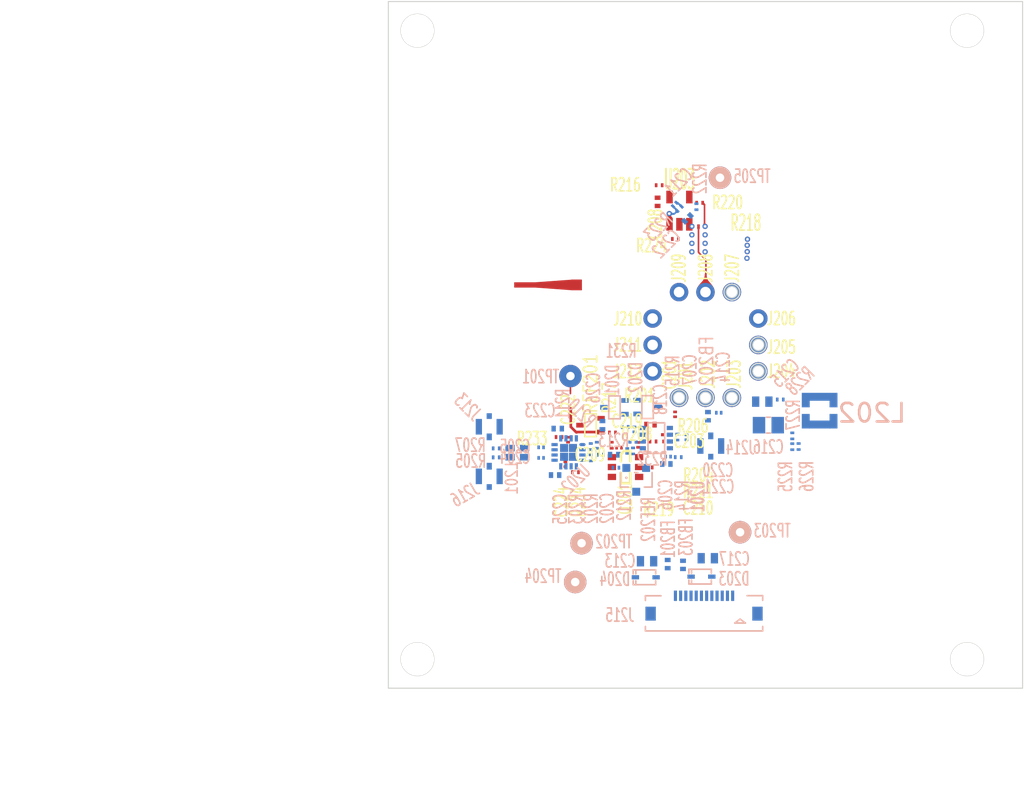
<source format=kicad_pcb>
(kicad_pcb (version 20221018) (generator pcbnew)

  (general
    (thickness 1.6)
  )

  (paper "A4")
  (layers
    (0 "F.Cu" signal)
    (1 "In1.Cu" mixed)
    (2 "In2.Cu" mixed)
    (31 "B.Cu" signal)
    (32 "B.Adhes" user "B.Adhesive")
    (33 "F.Adhes" user "F.Adhesive")
    (34 "B.Paste" user)
    (35 "F.Paste" user)
    (36 "B.SilkS" user "B.Silkscreen")
    (37 "F.SilkS" user "F.Silkscreen")
    (38 "B.Mask" user)
    (39 "F.Mask" user)
    (40 "Dwgs.User" user "User.Drawings")
    (41 "Cmts.User" user "User.Comments")
    (42 "Eco1.User" user "User.Eco1")
    (43 "Eco2.User" user "User.Eco2")
    (44 "Edge.Cuts" user)
    (45 "Margin" user)
    (46 "B.CrtYd" user "B.Courtyard")
    (47 "F.CrtYd" user "F.Courtyard")
    (48 "B.Fab" user)
    (49 "F.Fab" user)
  )

  (setup
    (stackup
      (layer "F.SilkS" (type "Top Silk Screen"))
      (layer "F.Paste" (type "Top Solder Paste"))
      (layer "F.Mask" (type "Top Solder Mask") (thickness 0.01))
      (layer "F.Cu" (type "copper") (thickness 0.035))
      (layer "dielectric 1" (type "core") (thickness 0.48) (material "FR4") (epsilon_r 4.5) (loss_tangent 0.02))
      (layer "In1.Cu" (type "copper") (thickness 0.035))
      (layer "dielectric 2" (type "prepreg") (thickness 0.48) (material "FR4") (epsilon_r 4.5) (loss_tangent 0.02))
      (layer "In2.Cu" (type "copper") (thickness 0.035))
      (layer "dielectric 3" (type "core") (thickness 0.48) (material "FR4") (epsilon_r 4.5) (loss_tangent 0.02))
      (layer "B.Cu" (type "copper") (thickness 0.035))
      (layer "B.Mask" (type "Bottom Solder Mask") (thickness 0.01))
      (layer "B.Paste" (type "Bottom Solder Paste"))
      (layer "B.SilkS" (type "Bottom Silk Screen"))
      (copper_finish "None")
      (dielectric_constraints no)
    )
    (pad_to_mask_clearance 0)
    (pcbplotparams
      (layerselection 0x00320fc_80000007)
      (plot_on_all_layers_selection 0x0000000_00000000)
      (disableapertmacros false)
      (usegerberextensions false)
      (usegerberattributes false)
      (usegerberadvancedattributes false)
      (creategerberjobfile false)
      (dashed_line_dash_ratio 12.000000)
      (dashed_line_gap_ratio 3.000000)
      (svgprecision 6)
      (plotframeref false)
      (viasonmask false)
      (mode 1)
      (useauxorigin false)
      (hpglpennumber 1)
      (hpglpenspeed 20)
      (hpglpendiameter 15.000000)
      (dxfpolygonmode true)
      (dxfimperialunits true)
      (dxfusepcbnewfont true)
      (psnegative false)
      (psa4output false)
      (plotreference true)
      (plotvalue false)
      (plotinvisibletext false)
      (sketchpadsonfab false)
      (subtractmaskfromsilk false)
      (outputformat 1)
      (mirror false)
      (drillshape 0)
      (scaleselection 1)
      (outputdirectory "fab/")
    )
  )

  (net 0 "")
  (net 1 "/main/SIG")
  (net 2 "/main/+IN1")
  (net 3 "/main/OUT2")
  (net 4 "/main/IN2")
  (net 5 "/main/OUT1")
  (net 6 "/main/~{CHOKEIN}")
  (net 7 "/main/~{DIFFAMPOUT}")
  (net 8 "/main/CHOKEIN")
  (net 9 "/main/DIFFAMPOUT")
  (net 10 "/main/RC-R")
  (net 11 "/main/Σ1")
  (net 12 "GND")
  (net 13 "/main/E2")
  (net 14 "/main/Σ2")
  (net 15 "/main/TEMP")
  (net 16 "/main/Vdd")
  (net 17 "/main/GAIN")
  (net 18 "/main/BIAS")
  (net 19 "/main/Vcc")
  (net 20 "/main/OPAMP-")
  (net 21 "/main/OPAMP+")
  (net 22 "/main/DIFFAMP-")
  (net 23 "/main/DIFFAMP+")
  (net 24 "/main/Vcc_IN")
  (net 25 "/main/Vdd_IN")
  (net 26 "/main/GAINCTRL")
  (net 27 "/main/~{VOUT}")
  (net 28 "/main/TEMP_ANODE")
  (net 29 "/main/VOUT")
  (net 30 "/main/HVBIAS")
  (net 31 "/main/VCM")
  (net 32 "/main/~{CHOKEOUT}")
  (net 33 "/main/CHOKEOUT")
  (net 34 "/main/POST-L")
  (net 35 "/main/PRE-L")
  (net 36 "/main/C-B")
  (net 37 "/main/E1")
  (net 38 "/main/DIFF_IN-")
  (net 39 "/main/~{DIFF_FB}")
  (net 40 "/main/DIFF_IN+")
  (net 41 "/main/DIFF_FB")
  (net 42 "/main/+2.5V")
  (net 43 "/main/BIAS-SEL")
  (net 44 "unconnected-(J205-Pad1)")
  (net 45 "unconnected-(J207-Pad1)")
  (net 46 "unconnected-(J211-Pad1)")
  (net 47 "unconnected-(J215-Pad2)")
  (net 48 "unconnected-(J215-Pad3)")
  (net 49 "unconnected-(J215-Pad7)")
  (net 50 "unconnected-(REF201-Pad3)")
  (net 51 "/main/D1-D2")
  (net 52 "/main/D1-D1")
  (net 53 "/main/SINGLE-TO-DIFF")
  (net 54 "/main/C2")
  (net 55 "unconnected-(REF202-Pad3)")
  (net 56 "/main/ΣTEMP")
  (net 57 "/main/TEMPV+")
  (net 58 "/main/TEMPV-")

  (footprint "myprettyfootprints:cap0201" (layer "F.Cu") (at 114.9858 78.613 -90))

  (footprint "myprettyfootprints:cap0201" (layer "F.Cu") (at 114.11712 81.22412))

  (footprint "myprettyfootprints:cap0402" (layer "F.Cu") (at 113.30432 58.17616 -90))

  (footprint "myprettyfootprints:cap0201" (layer "F.Cu") (at 109.601 81.8134 180))

  (footprint "myprettyfootprints:cap0201" (layer "F.Cu") (at 111.43488 81.54924 90))

  (footprint "myprettyfootprints:cap0201" (layer "F.Cu") (at 104.6988 81.0514 90))

  (footprint "myprettyfootprints:cap0201" (layer "F.Cu") (at 104.4448 83.4136 -90))

  (footprint "myprettyfootprints:Millmax_0566-2" (layer "F.Cu") (at 115.366768 77.016167))

  (footprint "myprettyfootprints:Millmax_0566-2" (layer "F.Cu") (at 117.906768 77.016167))

  (footprint "myprettyfootprints:Millmax_0566-2" (layer "F.Cu") (at 120.446768 77.016167))

  (footprint "myprettyfootprints:Millmax_0566-2" (layer "F.Cu") (at 122.986768 71.936167))

  (footprint "myprettyfootprints:Millmax_0566-2" (layer "F.Cu") (at 122.986768 69.396167))

  (footprint "myprettyfootprints:Millmax_0566-2" (layer "F.Cu") (at 120.446768 66.856167))

  (footprint "myprettyfootprints:Millmax_0566-2" (layer "F.Cu") (at 117.906768 66.856167))

  (footprint "myprettyfootprints:Millmax_0566-2" (layer "F.Cu") (at 115.366768 66.856167))

  (footprint "myprettyfootprints:Millmax_0566-2" (layer "F.Cu") (at 112.826768 69.396167))

  (footprint "myprettyfootprints:Millmax_0566-2" (layer "F.Cu") (at 112.826768 71.936167))

  (footprint "myprettyfootprints:Millmax_0566-2" (layer "F.Cu") (at 112.826768 74.476167))

  (footprint "myprettyfootprints:res0201-flipchip" (layer "F.Cu") (at 113.3729 77.9526 180))

  (footprint "myprettyfootprints:res0201-flipchip" (layer "F.Cu") (at 112.86788 81.22412 180))

  (footprint "myprettyfootprints:res0201" (layer "F.Cu") (at 114.08664 80.57388 180))

  (footprint "myprettyfootprints:res0201-flipchip" (layer "F.Cu") (at 108.966 80.3656 180))

  (footprint "myprettyfootprints:res0201-flipchip" (layer "F.Cu") (at 113.45672 56.57596))

  (footprint "myprettyfootprints:res0201-flipchip" (layer "F.Cu") (at 108.8898 81.5848 -90))

  (footprint "myprettyfootprints:res0201-flipchip" (layer "F.Cu") (at 117.5258 60.53328 180))

  (footprint "myprettyfootprints:res0201-flipchip" (layer "F.Cu") (at 112.4966 83.7184 180))

  (footprint "myprettyfootprints:res0201-flipchip" (layer "F.Cu") (at 117.348 58.2676 180))

  (footprint "myprettyfootprints:res0201" (layer "F.Cu") (at 111.94796 81.55432 -90))

  (footprint "myprettyfootprints:res0201-flipchip" (layer "F.Cu") (at 115.0112 61.7474))

  (footprint "myprettyfootprints:res0201-flipchip" (layer "F.Cu") (at 103.8352 80.7974))

  (footprint "myprettyfootprints:res0201-flipchip" (layer "F.Cu") (at 105.41 84.1756 180))

  (footprint "myprettyfootprints:sc70-3" (layer "F.Cu") (at 106.8578 79.6544 90))

  (footprint "myprettyfootprints:TSOT23-5" (layer "F.Cu") (at 115.40232 59.02388))

  (footprint "myprettyfootprints:Millmax_0566-2" (layer "F.Cu") (at 122.986768 74.476167))

  (footprint "myprettyfootprints:NPTH-125mil_Drill" (layer "F.Cu") (at 90.220768 102.162167))

  (footprint "myprettyfootprints:NPTH-125mil_Drill" (layer "F.Cu") (at 143.052768 102.162167))

  (footprint "myprettyfootprints:NPTH-125mil_Drill" (layer "F.Cu") (at 143.052768 41.710167))

  (footprint "myprettyfootprints:NPTH-125mil_Drill" (layer "F.Cu") (at 90.220768 41.710167))

  (footprint "myprettyfootprints:SOT23-6" (layer "F.Cu") (at 110.2233 83.682789 -90))

  (footprint "myprettyfootprints:cap0402" (layer "F.Cu") (at 112.6236 79.6036 180))

  (footprint "myμwave:uwT2.00_0.51_1.00_1.02_4.00" (layer "F.Cu") (at 100.5205 66.167))

  (footprint "myprettyfootprints:cap0402" (layer "B.Cu") (at 109.1311 82.4992))

  (footprint "myprettyfootprints:cap0201" (layer "B.Cu") (at 110.3884 82.1309 90))

  (footprint "myprettyfootprints:cap0201" (layer "B.Cu") (at 116.078 80.8228 90))

  (footprint "myprettyfootprints:cap0201" (layer "B.Cu") (at 114.935 58.42 -135))

  (footprint "myprettyfootprints:cap0402" (layer "B.Cu") (at 116.1796 59.7662 45))

  (footprint "myprettyfootprints:cap0603-0_95mm" (layer "B.Cu") (at 112.2934 92.74048 180))

  (footprint "myprettyfootprints:cap0201" (layer "B.Cu") (at 119.18188 78.4606 180))

  (footprint "myprettyfootprints:cap0603-0_95mm" (layer "B.Cu") (at 123.3678 77.3938 180))

  (footprint "myprettyfootprints:cap0603-0_95mm" (layer "B.Cu") (at 118.13032 92.45092))

  (footprint "myprettyfootprints:cap0201" (layer "B.Cu") (at 111.0742 80.0608 90))

  (footprint "myprettyfootprints:cap0201" (layer "B.Cu") (at 114.3191 82.677))

  (footprint "myprettyfootprints:sc70-3" (layer "B.Cu") (at 109.156499 77.9399 -90))

  (footprint "myprettyfootprints:sc70-3" (layer "B.Cu") (at 112.3442 77.9145 90))

  (footprint "myprettyfootprints:SOD323F" (layer "B.Cu") (at 117.52072 94.22384))

  (footprint "myprettyfootprints:SOD323F" (layer "B.Cu") (at 112.1664 94.2848))

  (footprint "myprettyfootprints:FB0402" (layer "B.Cu") (at 114.2746 93.0148 90))

  (footprint "myprettyfootprints:FB0402" (layer "B.Cu") (at 118.1481 78.7908 90))

  (footprint "myprettyfootprints:FB0402" (layer "B.Cu") (at 115.7478 93.091 90))

  (footprint "myprettyfootprints:HiroseWFL" (layer "B.Cu") (at 118.4148 81.661))

  (footprint "myprettyfootprints:XF2L-1235-1A" (layer "B.Cu") (at 117.78107 97.771585 180))

  (footprint "myprettyfootprints:SRF2012A" (layer "B.Cu") (at 99.822 82.296 180))

  (footprint "myprettyfootprints:LPS3015" (layer "B.Cu") (at 128.8796 78.2574 180))

  (footprint "myprettyfootprints:res0201-flipchip" (layer "B.Cu") (at 107.7976 82.4992 180))

  (footprint "myprettyfootprints:res0201-flipchip" (layer "B.Cu") (at 106.8832 82.804 -90))

  (footprint "myprettyfootprints:res0201-flipchip" (layer "B.Cu") (at 97.79 82.7532 180))

  (footprint "myprettyfootprints:res0201-flipchip" (layer "B.Cu") (at 97.79 81.8896 180))

  (footprint "myprettyfootprints:res0201-flipchip" (layer "B.Cu") (at 107.4674 81.5848 -90))

  (footprint "myprettyfootprints:res0201-flipchip" (layer "B.Cu") (at 106.8832 81.7118 90))

  (footprint "myprettyfootprints:res0201-flipchip" (layer "B.Cu") (at 109.2962 83.7438 180))

  (footprint "myprettyfootprints:res0201" (layer "B.Cu") (at 110.9472 81.28 180))

  (footprint "myprettyfootprints:res0201-flipchip" (layer "B.Cu") (at 110.9472 82.1309 -90))

  (footprint "myprettyfootprints:res0201-flipchip" (layer "B.Cu") (at 115.2017 80.7974 -90))

  (footprint "myprettyfootprints:res0201-flipchip" (layer "B.Cu") (at 117.03812 58.64352 90))

  (footprint "myprettyfootprints:res0201-flipchip" (layer "B.Cu") (at 115.4176 58.84672 -135))

  (footprint "myprettyfootprints:res0201-flipchip" (layer "B.Cu") (at 126.250697 81.724499 -90))

  (footprint "myprettyfootprints:res0201-flipchip" (layer "B.Cu") (at 126.860302 81.711799 -90))

  (footprint "myprettyfootprints:res0201-flipchip" (layer "B.Cu") (at 126.2507 80.683103 90))

  (footprint "myprettyfootprints:res0201-flipchip" (layer "B.Cu") (at 125.095 77.1906 180))

  (footprint "myprettyfootprints:res0201-flipchip" (layer "B.Cu") (at 110.1873 79.832199))

  (footprint "myprettyfootprints:res0201-flipchip" (layer "B.Cu") (at 115.2906 82.7278))

  (footprint "myprettyfootprints:SOT23-3" (layer "B.Cu") (at 111.252 84.9122))

  (footprint "myprettyfootprints:SOT23-8" (layer "B.Cu") (at 113.1824 80.899 90))

  (footprint "myprettyfootprints:HiroseWFL" (layer "B.Cu") (at 97.12452 84.57692))

  (footprint "myprettyfootprints:cap0402" (layer "B.Cu") (at 108.0008 79.6544 90))

  (footprint "myprettyfootprints:cap0402" (layer "B.Cu") (at 114.1476 83.3882))

  (footprint "myprettyfootprints:cap0402" (layer "B.Cu") (at 103.7082 79.9846))

  (footprint "myprettyfootprints:cap0402" (layer "B.Cu") (at 103.4542 84.455))

  (footprint "myprettyfootprints:QFN16_3mmX3mm" (layer "B.Cu") (at 104.400096 82.18932 180))

  (footprint "myprettyfootprints:HiroseWFL" (layer "B.Cu") (at 97.12452 79.8068 180))

  (footprint "myprettyfootprints:TP70mil30mil" (layer "B.Cu") (at 104.9274 74.93))

  (footprint "myprettyfootprints:TP70mil30mil" (layer "B.Cu") (at 105.99928 91.00312))

  (footprint "myprettyfootprints:TP70mil30mil" (layer "B.Cu") (at 121.2342 89.95156))

  (footprint "myprettyfootprints:TP70mil30mil" (layer "B.Cu") (at 105.3846 94.742 180))

  (footprint "myprettyfootprints:TP70mil30mil" (layer "B.Cu") (at 119.3038 55.8546))

  (footprint "myprettyfootprints:cap0201" (layer "B.Cu") (at 102.108 82.804))

  (footprint "myprettyfootprints:cap0201" (layer "B.Cu") (at 102.108 81.788))

  (footprint "myprettyfootprints:cap0805-1p35mm" (layer "B.Cu") (at 123.952 79.6544))

  (gr_circle (center 120.446768 77.016167) (end 121.208768 77.016167)
    (stroke (width 0.1) (type solid)) (fill none) (layer "Edge.Cuts") (tstamp 02538207-54a8-4266-8d51-23871852b2ff))
  (gr_line (start 148.3868 38.9128) (end 87.4268 38.9128)
    (stroke (width 0.1) (type solid)) (layer "Edge.Cuts") (tstamp 051b8cb0-ae77-4e09-98a7-bf2103319e66))
  (gr_circle (center 122.986768 71.936167) (end 123.723368 71.936167)
    (stroke (width 0.1) (type solid)) (fill none) (layer "Edge.Cuts") (tstamp 05d3e08e-e1f9-46cf-93d0-836d1306d03a))
  (gr_circle (center 120.446768 77.016167) (end 121.208768 77.016167)
    (stroke (width 0.1) (type solid)) (fill none) (layer "Edge.Cuts") (tstamp 0b4c0f05-c855-4742-bad2-dbf645d5842b))
  (gr_circle (center 115.366768 77.016167) (end 116.128768 77.016167)
    (stroke (width 0.1) (type solid)) (fill none) (layer "Edge.Cuts") (tstamp 0f560957-a8c5-442f-b20c-c2d88613742c))
  (gr_circle (center 122.986768 71.936167) (end 123.748768 71.936167)
    (stroke (width 0.1) (type solid)) (fill none) (layer "Edge.Cuts") (tstamp 12c8f4c9-cb79-4390-b96c-a717c693de17))
  (gr_circle (center 120.446768 66.856167) (end 121.208768 66.856167)
    (stroke (width 0.1) (type solid)) (fill none) (layer "Edge.Cuts") (tstamp 12f8e43c-8f83-48d3-a9b5-5f3ebc0b6c43))
  (gr_circle (center 117.906768 77.016167) (end 118.668768 77.016167)
    (stroke (width 0.1) (type solid)) (fill none) (layer "Edge.Cuts") (tstamp 17ed3508-fa2e-4593-a799-bfd39a6cc14d))
  (gr_circle (center 120.446768 66.856167) (end 121.005568 66.856167)
    (stroke (width 0.1) (type solid)) (fill none) (layer "Edge.Cuts") (tstamp 1c052668-6749-425a-9a77-35f046c8aa39))
  (gr_circle (center 122.986768 74.476167) (end 123.545568 74.476167)
    (stroke (width 0.1) (type solid)) (fill none) (layer "Edge.Cuts") (tstamp 2518d4ea-25cc-4e57-a0d6-8482034e7318))
  (gr_circle (center 115.366768 77.016167) (end 116.128768 77.016167)
    (stroke (width 0.1) (type solid)) (fill none) (layer "Edge.Cuts") (tstamp 282c8e53-3acc-42f0-a92a-6aa976b97a93))
  (gr_circle (center 120.446768 77.016167) (end 121.208768 77.016167)
    (stroke (width 0.1) (type solid)) (fill none) (layer "Edge.Cuts") (tstamp 2a6075ae-c7fa-41db-86b8-3f996740bdc2))
  (gr_line (start 148.3868 104.9528) (end 148.3868 38.9128)
    (stroke (width 0.1) (type solid)) (layer "Edge.Cuts") (tstamp 35c09d1f-2914-4d1e-a002-df30af772f3b))
  (gr_circle (center 122.986768 74.476167) (end 123.748768 74.476167)
    (stroke (width 0.1) (type solid)) (fill none) (layer "Edge.Cuts") (tstamp 4344bc11-e822-474b-8d61-d12211e719b1))
  (gr_circle (center 120.446768 77.016167) (end 120.840468 77.016167)
    (stroke (width 0.1) (type solid)) (fill none) (layer "Edge.Cuts") (tstamp 5f38bdb2-3657-474e-8e86-d6bb0b298110))
  (gr_circle (center 122.986768 74.476167) (end 123.748768 74.476167)
    (stroke (width 0.1) (type solid)) (fill none) (layer "Edge.Cuts") (tstamp 5f6afe3e-3cb2-473a-819c-dc94ae52a6be))
  (gr_circle (center 122.986768 71.936167) (end 123.545568 71.936167)
    (stroke (width 0.1) (type solid)) (fill none) (layer "Edge.Cuts") (tstamp 6bd46644-7209-4d4d-acd8-f4c0d045bc61))
  (gr_circle (center 122.986768 74.476167) (end 123.723368 74.476167)
    (stroke (width 0.1) (type solid)) (fill none) (layer "Edge.Cuts") (tstamp 799e761c-1426-40e9-a069-1f4cb353bfaa))
  (gr_circle (center 117.906768 77.016167) (end 118.668768 77.016167)
    (stroke (width 0.1) (type solid)) (fill none) (layer "Edge.Cuts") (tstamp 83c5181e-f5ee-453c-ae5c-d7256ba8837d))
  (gr_circle (center 117.906768 77.016167) (end 118.668768 77.016167)
    (stroke (width 0.1) (type solid)) (fill none) (layer "Edge.Cuts") (tstamp 8f12311d-6f4c-4d28-a5bc-d6cb462bade7))
  (gr_line (start 87.4268 38.9128) (end 87.4268 104.9528)
    (stroke (width 0.1) (type solid)) (layer "Edge.Cuts") (tstamp 974c48bf-534e-4335-98e1-b0426c783e99))
  (gr_circle (center 122.986768 71.936167) (end 123.748768 71.936167)
    (stroke (width 0.1) (type solid)) (fill none) (layer "Edge.Cuts") (tstamp 98970bf0-1168-4b4e-a1c9-3b0c8d7eaacf))
  (gr_circle (center 90.220768 41.710167) (end 91.808268 41.710167)
    (stroke (width 0.1) (type solid)) (fill none) (layer "Edge.Cuts") (tstamp 99e6b8eb-b08e-4d42-84dd-8b7f6765b7b7))
  (gr_circle (center 120.446768 66.856167) (end 120.840468 66.856167)
    (stroke (width 0.1) (type solid)) (fill none) (layer "Edge.Cuts") (tstamp 9db16341-dac0-4aab-9c62-7d88c111c1ce))
  (gr_circle (center 115.366768 77.016167) (end 115.760468 77.016167)
    (stroke (width 0.1) (type solid)) (fill none) (layer "Edge.Cuts") (tstamp aa047297-22f8-4de0-a969-0b3451b8e164))
  (gr_circle (center 115.366768 77.016167) (end 116.103368 77.016167)
    (stroke (width 0.1) (type solid)) (fill none) (layer "Edge.Cuts") (tstamp ab8b0540-9c9f-4195-88f5-7bed0b0a8ed6))
  (gr_circle (center 117.906768 77.016167) (end 118.643368 77.016167)
    (stroke (width 0.1) (type solid)) (fill none) (layer "Edge.Cuts") (tstamp b0b4c3cb-e7ea-49c0-8162-be3bbab3e4ec))
  (gr_circle (center 90.220768 102.162167) (end 91.808268 102.162167)
    (stroke (width 0.1) (type solid)) (fill none) (layer "Edge.Cuts") (tstamp b794d099-f823-4d35-9755-ca1c45247ee9))
  (gr_circle (center 120.446768 66.856167) (end 121.183368 66.856167)
    (stroke (width 0.1) (type solid)) (fill none) (layer "Edge.Cuts") (tstamp b7d06af4-a5b1-447f-9b1a-8b44eb1cc204))
  (gr_circle (center 122.986768 71.936167) (end 123.380468 71.936167)
    (stroke (width 0.1) (type solid)) (fill none) (layer "Edge.Cuts") (tstamp befdfbe5-f3e5-423b-a34e-7bba3f218536))
  (gr_circle (center 120.446768 66.856167) (end 121.208768 66.856167)
    (stroke (width 0.1) (type solid)) (fill none) (layer "Edge.Cuts") (tstamp c67ad10d-2f75-4ec6-a139-47058f7f06b2))
  (gr_circle (center 120.446768 66.856167) (end 121.208768 66.856167)
    (stroke (width 0.1) (type solid)) (fill none) (layer "Edge.Cuts") (tstamp ca5b6af8-ca05-4338-b852-b51f2b49b1db))
  (gr_circle (center 120.446768 77.016167) (end 121.183368 77.016167)
    (stroke (width 0.1) (type solid)) (fill none) (layer "Edge.Cuts") (tstamp d72c89a6-7578-4468-964e-2a845431195f))
  (gr_circle (center 115.366768 77.016167) (end 116.128768 77.016167)
    (stroke (width 0.1) (type solid)) (fill none) (layer "Edge.Cuts") (tstamp db742b9e-1fed-4e0c-b783-f911ab5116aa))
  (gr_circle (center 143.052768 102.162167) (end 144.640268 102.162167)
    (stroke (width 0.1) (type solid)) (fill none) (layer "Edge.Cuts") (tstamp db851147-6a1e-4d19-898c-0ba71182359b))
  (gr_circle (center 143.052768 41.710167) (end 144.640268 41.710167)
    (stroke (width 0.1) (type solid)) (fill none) (layer "Edge.Cuts") (tstamp de370984-7922-4327-a0ba-7cd613995df4))
  (gr_circle (center 117.906768 77.016167) (end 118.465568 77.016167)
    (stroke (width 0.1) (type solid)) (fill none) (layer "Edge.Cuts") (tstamp df3dc9a2-ba40-4c3a-87fe-61cc8e23d71b))
  (gr_line (start 87.4268 104.9528) (end 148.3868 104.9528)
    (stroke (width 0.1) (type solid)) (layer "Edge.Cuts") (tstamp e2b24e25-1a0d-434a-876b-c595b47d80d2))
  (gr_circle (center 122.986768 74.476167) (end 123.380468 74.476167)
    (stroke (width 0.1) (type solid)) (fill none) (layer "Edge.Cuts") (tstamp e69c64f9-717d-4a97-b3df-80325ec2fa63))
  (gr_circle (center 115.366768 77.016167) (end 115.925568 77.016167)
    (stroke (width 0.1) (type solid)) (fill none) (layer "Edge.Cuts") (tstamp e79c8e11-ed47-4701-ae80-a54cdb6682a5))
  (gr_circle (center 117.906768 77.016167) (end 118.300468 77.016167)
    (stroke (width 0.1) (type solid)) (fill none) (layer "Edge.Cuts") (tstamp e87a6f80-914f-4f62-9c9f-9ba62a88ee3d))
  (gr_circle (center 122.986768 74.476167) (end 123.748768 74.476167)
    (stroke (width 0.1) (type solid)) (fill none) (layer "Edge.Cuts") (tstamp ea2ea877-1ce1-4cd6-ad19-1da87f51601d))
  (gr_circle (center 120.446768 77.016167) (end 121.005568 77.016167)
    (stroke (width 0.1) (type solid)) (fill none) (layer "Edge.Cuts") (tstamp eaa0d51a-ee4e-4d3a-a801-bddb7027e94c))
  (gr_circle (center 122.986768 71.936167) (end 123.748768 71.936167)
    (stroke (width 0.1) (type solid)) (fill none) (layer "Edge.Cuts") (tstamp f699494a-77d6-4c73-bd50-29c1c1c5b879))
  (dimension (type aligned) (layer "Dwgs.User") (tstamp 86ad0555-08b3-4dde-9a3e-c1e5e29b6615)
    (pts (xy 92.4941 99.7966) (xy 92.4941 43.9166))
    (height -25.9842)
    (gr_text "2.2000 in" (at 64.7099 71.8566 90) (layer "Dwgs.User") (tstamp 86ad0555-08b3-4dde-9a3e-c1e5e29b6615)
      (effects (font (size 1.5 1.5) (thickness 0.3)))
    )
    (format (prefix "") (suffix "") (units 0) (units_format 1) (precision 4))
    (style (thickness 0.3) (arrow_length 1.27) (text_position_mode 0) (extension_height 0.58642) (extension_offset 0) keep_text_aligned)
  )
  (dimension (type aligned) (layer "Dwgs.User") (tstamp be6b17f9-34f5-44e9-a4c7-725d2e274a9d)
    (pts (xy 148.3868 104.9528) (xy 87.4268 104.9528))
    (height -10.1346)
    (gr_text "2.4000 in" (at 117.9068 113.2874) (layer "Dwgs.User") (tstamp be6b17f9-34f5-44e9-a4c7-725d2e274a9d)
      (effects (font (size 1.5 1.5) (thickness 0.3)))
    )
    (format (prefix "") (suffix "") (units 0) (units_format 1) (precision 4))
    (style (thickness 0.3) (arrow_length 1.27) (text_position_mode 0) (extension_height 0.58642) (extension_offset 0) keep_text_aligned)
  )
  (dimension (type aligned) (layer "Dwgs.User") (tstamp cf21dfe3-ab4f-4ad9-b7cf-dc892d833b13)
    (pts (xy 145.8468 99.8728) (xy 92.5068 99.8728))
    (height -9.779)
    (gr_text "2.1000 in" (at 119.1768 107.8518) (layer "Dwgs.User") (tstamp cf21dfe3-ab4f-4ad9-b7cf-dc892d833b13)
      (effects (font (size 1.5 1.5) (thickness 0.3)))
    )
    (format (prefix "") (suffix "") (units 0) (units_format 1) (precision 4))
    (style (thickness 0.3) (arrow_length 1.27) (text_position_mode 0) (extension_height 0.58642) (extension_offset 0) keep_text_aligned)
  )
  (dimension (type aligned) (layer "Dwgs.User") (tstamp fad4c712-0a2e-465d-a9f8-83d26bd66e37)
    (pts (xy 87.4268 104.9528) (xy 87.4268 38.9128))
    (height -29.6926)
    (gr_text "2.6000 in" (at 55.9342 71.9328 90) (layer "Dwgs.User") (tstamp fad4c712-0a2e-465d-a9f8-83d26bd66e37)
      (effects (font (size 1.5 1.5) (thickness 0.3)))
    )
    (format (prefix "") (suffix "") (units 0) (units_format 1) (precision 4))
    (style (thickness 0.3) (arrow_length 1.27) (text_position_mode 0) (extension_height 0.58642) (extension_offset 0) keep_text_aligned)
  )

  (via (at 121.9454 61.7728) (size 0.508) (drill 0.254) (layers "F.Cu" "B.Cu") (free) (net 12) (tstamp 0c7b7fbd-7544-4614-a1c8-138bba9292d9))
  (via (at 121.92 62.357) (size 0.508) (drill 0.254) (layers "F.Cu" "B.Cu") (free) (net 12) (tstamp 2a13b463-c2e8-474d-9c92-346156223368))
  (via (at 116.6008 62.166556) (size 0.508) (drill 0.254) (layers "F.Cu" "B.Cu") (net 12) (tstamp 8916c7ed-16a6-4559-b73f-94792de85b7e))
  (via (at 117.8708 62.983195) (size 0.508) (drill 0.254) (layers "F.Cu" "B.Cu") (net 12) (tstamp 960c9b44-9974-4ca6-9787-b3860057c161))
  (via (at 117.8708 62.166556) (size 0.508) (drill 0.254) (layers "F.Cu" "B.Cu") (net 12) (tstamp a8137db0-032d-4840-a6b2-783f01f17b84))
  (via (at 117.8708 61.349918) (size 0.508) (drill 0.254) (layers "F.Cu" "B.Cu") (net 12) (tstamp c7ce1431-874f-4e00-bb25-1931a6ef554a))
  (via (at 121.92 62.9666) (size 0.508) (drill 0.254) (layers "F.Cu" "B.Cu") (free) (net 12) (tstamp ca410a62-8560-49e9-bdc3-27f5deca8062))
  (via (at 116.6008 62.983195) (size 0.508) (drill 0.254) (layers "F.Cu" "B.Cu") (net 12) (tstamp e934c3d0-4761-416e-b3c7-85bb43749b10))
  (via (at 121.8946 63.6016) (size 0.508) (drill 0.254) (layers "F.Cu" "B.Cu") (free) (net 12) (tstamp e9571daf-f098-4fca-a9f3-4de9d42b52e0))
  (via (at 116.6008 61.349918) (size 0.508) (drill 0.254) (layers "F.Cu" "B.Cu") (net 12) (tstamp fd0a00fe-a125-4a0e-8d71-059869aa5756))
  (segment (start 114.427 59.309) (end 114.427 60.30856) (width 0.1524) (layer "F.Cu") (net 15) (tstamp 1ea221b6-b18b-4925-93b3-4fd978d05d5e))
  (segment (start 114.427 60.30856) (end 114.45232 60.33388) (width 0.1524) (layer "F.Cu") (net 15) (tstamp f8db0788-75ad-42bb-8a8f-72f43869f52c))
  (via (at 114.427 59.309) (size 0.508) (drill 0.254) (layers "F.Cu" "B.Cu") (net 15) (tstamp fb12a6eb-e197-436e-985f-2b5a0d2b2711))
  (segment (start 114.935 59.309) (end 114.427 59.309) (width 0.1524) (layer "B.Cu") (net 15) (tstamp 3a4a57e1-b585-4938-941e-dbf75ba575c5))
  (segment (start 114.76883 58.58617) (end 115.212539 59.029879) (width 0.1524) (layer "B.Cu") (net 15) (tstamp 6f16dd1f-a440-44e3-a3a9-d6e6e989b612))
  (segment (start 115.062 59.182) (end 114.935 59.309) (width 0.1524) (layer "B.Cu") (net 15) (tstamp 81fbc598-7e3b-4e0f-81b9-a850c73127f2))
  (segment (start 115.192219 59.051781) (end 115.062 59.182) (width 0.1524) (layer "B.Cu") (net 15) (tstamp 8d5fad35-6dbd-450d-9dd9-c74c0d9caf4f))
  (segment (start 115.212539 59.051781) (end 115.192219 59.051781) (width 0.1524) (layer "B.Cu") (net 15) (tstamp edbf6a98-4343-4cbf-907c-65ad17bc4805))
  (segment (start 115.212539 59.029879) (end 115.212539 59.051781) (width 0.1524) (layer "B.Cu") (net 15) (tstamp eeb24c1e-dc5a-4295-9184-56f985c5b17b))
  (segment (start 117.272998 63.072998) (end 117.912803 63.712803) (width 0.1524) (layer "F.Cu") (net 28) (tstamp 1d536c06-f76c-45de-bbc2-aff1abd66027))
  (segment (start 117.906768 65.718232) (end 117.906768 66.856167) (width 0.1524) (layer "F.Cu") (net 28) (tstamp 2f71f0e6-d0fa-4565-bec8-4497f16ac425))
  (segment (start 117.2358 60.53328) (end 117.2358 62.983195) (width 0.1524) (layer "F.Cu") (net 28) (tstamp 6c113182-c397-4439-b001-5b53a29a73b6))
  (segment (start 117.95 63.802605) (end 117.95 65.675) (width 0.1524) (layer "F.Cu") (net 28) (tstamp 988f8bff-508a-4404-a81c-9de06f682518))
  (segment (start 117.95 65.675) (end 117.906768 65.718232) (width 0.1524) (layer "F.Cu") (net 28) (tstamp eadef95f-a379-4f49-bf51-5c2db96c4166))
  (via (at 116.6008 60.53328) (size 0.508) (drill 0.254) (layers "F.Cu" "B.Cu") (net 28) (tstamp 2d361dfa-f8b1-4977-9e7b-bc00d70963bb))
  (arc (start 117.912803 63.712803) (mid 117.940333 63.754005) (end 117.95 63.802605) (width 0.1524) (layer "F.Cu") (net 28) (tstamp 5cc12235-5f23-4186-b979-43906c93ad72))
  (arc (start 117.2358 62.983195) (mid 117.245467 63.031796) (end 117.272998 63.072998) (width 0.1524) (layer "F.Cu") (net 28) (tstamp 882b2585-be68-4ab5-98e9-0dbe7d561739))
  (segment (start 105.5497 80.3148) (end 105.537 80.3275) (width 0.254) (layer "F.Cu") (net 42) (tstamp 1c729dbe-4e5d-421c-9e1b-a7130e9c7ebc))
  (segment (start 104.9655 79.8195) (end 104.9655 78.0415) (width 0.254) (layer "F.Cu") (net 42) (tstamp 1ccf1adb-b917-40c6-9079-8d77938a74ff))
  (segment (start 105.4735 80.3275) (end 104.9655 79.8195) (width 0.254) (layer "F.Cu") (net 42) (tstamp 4107f3e6-93d2-483e-b79e-b9ef9c159a48))
  (segment (start 117.638 58.2676) (end 117.8158 58.4454) (width 0.1524) (layer "F.Cu") (net 42) (tstamp 7badec54-dd0c-405a-acf1-25eff9460213))
  (segment (start 117.8158 58.4454) (end 117.8158 60.53328) (width 0.1524) (layer "F.Cu") (net 42) (tstamp 946b1da9-be3d-46a5-8490-1a85862f3b88))
  (segment (start 107.8738 80.3148) (end 105.5497 80.3148) (width 0.254) (layer "F.Cu") (net 42) (tstamp d9d1cea9-a2ab-411c-a6b6-cba522b67a0b))
  (segment (start 105.537 80.3275) (end 105.4735 80.3275) (width 0.254) (layer "F.Cu") (net 42) (tstamp dd74a829-0b93-42ee-b9c3-d1db79ac543f))
  (segment (start 104.9274 74.93) (end 104.9274 76.6191) (width 0.1524) (layer "F.Cu") (net 42) (tstamp e00922fa-cbc1-4daa-83d7-7dee88320d81))
  (via (at 117.8708 60.53328) (size 0.508) (drill 0.254) (layers "F.Cu" "B.Cu") (net 42) (tstamp 9497fdd7-38e4-4559-95c5-0096f6bd4d89))
  (segment (start 115.10117 58.25383) (end 115.234832 58.25383) (width 0.1524) (layer "B.Cu") (net 56) (tstamp 63d855ac-697e-4eed-8221-860e4b1819e2))
  (segment (start 115.234832 58.25383) (end 115.622661 58.641659) (width 0.1524) (layer "B.Cu") (net 56) (tstamp 73a44f0b-73f5-401a-a4f9-19586eb00839))

  (zone (net 28) (net_name "/main/TEMP_ANODE") (layer "F.Cu") (tstamp 088a43e6-d07e-456d-ad08-bffeefcb5420) (name "$teardrop_padvia$") (hatch edge 0.5)
    (priority 30002)
    (attr (teardrop (type padvia)))
    (connect_pads yes (clearance 0))
    (min_thickness 0.0254) (filled_areas_thickness no)
    (fill yes (thermal_gap 0.5) (thermal_bridge_width 0.5) (island_removal_mode 1) (island_area_min 10))
    (polygon
      (pts
        (xy 117.1596 60.84828)
        (xy 117.312 60.84828)
        (xy 117.3608 60.72328)
        (xy 117.2358 60.53228)
        (xy 117.1108 60.72328)
      )
    )
    (filled_polygon
      (layer "F.Cu")
      (pts
        (xy 117.24559 60.547239)
        (xy 117.357498 60.718234)
        (xy 117.359345 60.72343)
        (xy 117.358607 60.728896)
        (xy 117.314907 60.840835)
        (xy 117.310608 60.846241)
        (xy 117.304008 60.84828)
        (xy 117.167592 60.84828)
        (xy 117.160992 60.846241)
        (xy 117.156693 60.840835)
        (xy 117.112992 60.728896)
        (xy 117.112254 60.72343)
        (xy 117.114099 60.718238)
        (xy 117.22601 60.547238)
        (xy 117.232004 60.542579)
        (xy 117.239596 60.542579)
      )
    )
  )
  (zone (net 42) (net_name "/main/+2.5V") (layer "F.Cu") (tstamp 09e9b1f9-fd36-4a65-afde-1dcb8790b524) (name "$teardrop_padvia$") (hatch edge 0.5)
    (priority 30004)
    (attr (teardrop (type padvia)))
    (connect_pads yes (clearance 0))
    (min_thickness 0.0254) (filled_areas_thickness no)
    (fill yes (thermal_gap 0.5) (thermal_bridge_width 0.5) (island_removal_mode 1) (island_area_min 10))
    (polygon
      (pts
        (xy 117.7396 58.49573)
        (xy 117.892 58.49573)
        (xy 117.763 58.22379)
        (xy 117.638 58.2666)
        (xy 117.627992 58.4576)
      )
    )
    (filled_polygon
      (layer "F.Cu")
      (pts
        (xy 117.761451 58.227463)
        (xy 117.767477 58.233229)
        (xy 117.884071 58.479015)
        (xy 117.884896 58.486678)
        (xy 117.880777 58.493192)
        (xy 117.8735 58.49573)
        (xy 117.741545 58.49573)
        (xy 117.737762 58.495102)
        (xy 117.636355 58.460457)
        (xy 117.630446 58.455939)
        (xy 117.628454 58.448774)
        (xy 117.637586 58.274493)
        (xy 117.639932 58.268058)
        (xy 117.645477 58.264039)
        (xy 117.753116 58.227175)
      )
    )
  )
  (zone (net 42) (net_name "/main/+2.5V") (layer "F.Cu") (tstamp 10fc309d-8452-484f-ac7c-c278a2ea443f) (name "$teardrop_padvia$") (hatch edge 0.5)
    (priority 30003)
    (attr (teardrop (type padvia)))
    (connect_pads yes (clearance 0))
    (min_thickness 0.0254) (filled_areas_thickness no)
    (fill yes (thermal_gap 0.5) (thermal_bridge_width 0.5) (island_removal_mode 1) (island_area_min 10))
    (polygon
      (pts
        (xy 117.892 60.21828)
        (xy 117.7396 60.21828)
        (xy 117.6908 60.34328)
        (xy 117.8158 60.53428)
        (xy 117.9408 60.34328)
      )
    )
    (filled_polygon
      (layer "F.Cu")
      (pts
        (xy 117.890608 60.220319)
        (xy 117.894907 60.225725)
        (xy 117.938607 60.337663)
        (xy 117.939345 60.343129)
        (xy 117.937498 60.348325)
        (xy 117.82559 60.51932)
        (xy 117.819596 60.52398)
        (xy 117.812004 60.52398)
        (xy 117.80601 60.51932)
        (xy 117.755559 60.442232)
        (xy 117.6941 60.348322)
        (xy 117.692254 60.343129)
        (xy 117.692991 60.337666)
        (xy 117.736693 60.225723)
        (xy 117.740992 60.220319)
        (xy 117.747592 60.21828)
        (xy 117.884008 60.21828)
      )
    )
  )
  (zone (net 28) (net_name "/main/TEMP_ANODE") (layer "F.Cu") (tstamp 63398651-4f6e-4e62-9035-ee4c0ea976b7) (hatch edge 0.508)
    (priority 16962)
    (connect_pads yes (clearance 0))
    (min_thickness 0.0254) (filled_areas_thickness no)
    (fill yes (thermal_gap 0.508) (thermal_bridge_width 0.508))
    (polygon
      (pts
        (xy 117.8433 65.074435)
        (xy 117.831269 65.286396)
        (xy 117.797276 65.458815)
        (xy 117.744466 65.600382)
        (xy 117.675987 65.719784)
        (xy 117.594986 65.825709)
        (xy 117.504608 65.926847)
        (xy 117.408002 66.031885)
        (xy 117.308313 66.149513)
        (xy 117.208689 66.288419)
        (xy 117.112276 66.457291)
        (xy 117.90043 67.300621)
        (xy 118.712312 66.480111)
        (xy 118.620024 66.307345)
        (xy 118.523654 66.165179)
        (xy 118.426452 66.044821)
        (xy 118.331668 65.937481)
        (xy 118.242551 65.834364)
        (xy 118.16235 65.726681)
        (xy 118.094314 65.605638)
        (xy 118.041695 65.462444)
        (xy 118.00774 65.288307)
        (xy 117.9957 65.074435)
      )
    )
    (filled_polygon
      (layer "F.Cu")
      (pts
        (xy 117.992677 65.077633)
        (xy 117.996322 65.085477)
        (xy 118.007609 65.285989)
        (xy 118.00774 65.288307)
        (xy 118.041695 65.462444)
        (xy 118.041856 65.462884)
        (xy 118.041857 65.462885)
        (xy 118.092382 65.600382)
        (xy 118.094314 65.605638)
        (xy 118.16235 65.726681)
        (xy 118.162567 65.726972)
        (xy 118.162572 65.72698)
        (xy 118.242429 65.834201)
        (xy 118.242436 65.83421)
        (xy 118.242551 65.834364)
        (xy 118.331668 65.937481)
        (xy 118.331715 65.937534)
        (xy 118.42628 66.044627)
        (xy 118.426612 66.04502)
        (xy 118.523341 66.164792)
        (xy 118.523924 66.165578)
        (xy 118.619679 66.306836)
        (xy 118.620314 66.307888)
        (xy 118.708247 66.472501)
        (xy 118.709505 66.479702)
        (xy 118.706244 66.486243)
        (xy 117.908987 67.291972)
        (xy 117.903611 67.295067)
        (xy 117.897408 67.294979)
        (xy 117.892123 67.291732)
        (xy 117.118164 66.463591)
        (xy 117.115091 66.456961)
        (xy 117.11655 66.449804)
        (xy 117.208389 66.288944)
        (xy 117.209041 66.287928)
        (xy 117.308041 66.149892)
        (xy 117.308623 66.149147)
        (xy 117.407875 66.032034)
        (xy 117.408128 66.031747)
        (xy 117.504608 65.926847)
        (xy 117.594986 65.825709)
        (xy 117.675987 65.719784)
        (xy 117.744466 65.600382)
        (xy 117.797276 65.458815)
        (xy 117.831269 65.286396)
        (xy 117.833331 65.250062)
        (xy 117.842674 65.085472)
        (xy 117.84632 65.077631)
        (xy 117.854355 65.074435)
        (xy 117.98464 65.074435)
      )
    )
  )
  (zone (net 42) (net_name "/main/+2.5V") (layer "F.Cu") (tstamp 667b1a4a-4c28-46b3-a1b9-536fab440117) (hatch edge 0.508)
    (priority 17540)
    (connect_pads yes (clearance 0))
    (min_thickness 0.0254) (filled_areas_thickness no)
    (fill yes (thermal_gap 0.508) (thermal_bridge_width 0.508))
    (polygon
      (pts
        (xy 104.8512 75.0062)
        (xy 105.0036 75.0062)
        (xy 105.0036 74.8538)
        (xy 104.8512 74.8538)
      )
    )
    (filled_polygon
      (layer "F.Cu")
      (pts
        (xy 105.000173 74.857227)
        (xy 105.0036 74.8655)
        (xy 105.0036 74.9945)
        (xy 105.000173 75.002773)
        (xy 104.9919 75.0062)
        (xy 104.8629 75.0062)
        (xy 104.854627 75.002773)
        (xy 104.8512 74.9945)
        (xy 104.8512 74.8655)
        (xy 104.854627 74.857227)
        (xy 104.8629 74.8538)
        (xy 104.9919 74.8538)
      )
    )
  )
  (zone (net 15) (net_name "/main/TEMP") (layer "F.Cu") (tstamp 92552bfb-6377-4021-b664-b10998a1edb7) (name "$teardrop_padvia$") (hatch edge 0.5)
    (priority 30000)
    (attr (teardrop (type padvia)))
    (connect_pads yes (clearance 0))
    (min_thickness 0.0254) (filled_areas_thickness no)
    (fill yes (thermal_gap 0.5) (thermal_bridge_width 0.5) (island_removal_mode 1) (island_area_min 10))
    (polygon
      (pts
        (xy 114.5032 59.41388)
        (xy 114.3508 59.41388)
        (xy 114.14232 59.72388)
        (xy 114.45232 60.33488)
        (xy 114.74564 59.72388)
      )
    )
    (filled_polygon
      (layer "F.Cu")
      (pts
        (xy 114.592973 59.528671)
        (xy 114.592974 59.528671)
        (xy 114.741164 59.718157)
        (xy 114.74358 59.724102)
        (xy 114.742496 59.730428)
        (xy 114.462577 60.313512)
        (xy 114.456387 60.319306)
        (xy 114.44791 60.319399)
        (xy 114.441595 60.313742)
        (xy 114.441478 60.313512)
        (xy 114.145426 59.730003)
        (xy 114.144183 59.723994)
        (xy 114.146151 59.718182)
        (xy 114.267158 59.538251)
        (xy 114.3508 59.41388)
        (xy 114.5032 59.41388)
      )
    )
  )
  (zone (net 15) (net_name "/main/TEMP") (layer "F.Cu") (tstamp c546008e-7661-419e-94b3-0bbb9fd14ec8) (hatch edge 0.508)
    (priority 16962)
    (connect_pads yes (clearance 0))
    (min_thickness 0.0254) (filled_areas_thickness no)
    (fill yes (thermal_gap 0.508) (thermal_bridge_width 0.508))
    (polygon
      (pts
        (xy 114.5032 59.813)
        (xy 114.505339 59.755134)
        (xy 114.511485 59.706734)
        (xy 114.521226 59.665795)
        (xy 114.534152 59.630313)
        (xy 114.549852 59.598281)
        (xy 114.567916 59.567696)
        (xy 114.587934 59.536551)
        (xy 114.609494 59.502843)
        (xy 114.632186 59.464566)
        (xy 114.6556 59.419716)
        (xy 114.427 59.182)
        (xy 114.1984 59.419716)
        (xy 114.221813 59.464566)
        (xy 114.244505 59.502843)
        (xy 114.266065 59.536551)
        (xy 114.286083 59.567696)
        (xy 114.304147 59.598281)
        (xy 114.319847 59.630313)
        (xy 114.332773 59.665795)
        (xy 114.342514 59.706734)
        (xy 114.34866 59.755134)
        (xy 114.3508 59.813)
      )
    )
    (filled_polygon
      (layer "F.Cu")
      (pts
        (xy 114.435433 59.190769)
        (xy 114.649766 59.41365)
        (xy 114.652915 59.4201)
        (xy 114.651705 59.427175)
        (xy 114.632327 59.464294)
        (xy 114.632019 59.464846)
        (xy 114.609589 59.502681)
        (xy 114.609381 59.503018)
        (xy 114.587948 59.536529)
        (xy 114.587934 59.536551)
        (xy 114.567983 59.56759)
        (xy 114.567957 59.567631)
        (xy 114.567916 59.567696)
        (xy 114.567873 59.567767)
        (xy 114.567855 59.567798)
        (xy 114.549972 59.598077)
        (xy 114.549852 59.598281)
        (xy 114.549754 59.59848)
        (xy 114.549748 59.598492)
        (xy 114.534289 59.630032)
        (xy 114.534284 59.630043)
        (xy 114.534152 59.630313)
        (xy 114.53405 59.630592)
        (xy 114.534044 59.630607)
        (xy 114.521343 59.665471)
        (xy 114.521338 59.665487)
        (xy 114.521226 59.665795)
        (xy 114.52115 59.666114)
        (xy 114.521145 59.666131)
        (xy 114.511557 59.706429)
        (xy 114.511555 59.706439)
        (xy 114.511485 59.706734)
        (xy 114.511446 59.707037)
        (xy 114.511446 59.70704)
        (xy 114.50537 59.754884)
        (xy 114.505368 59.7549)
        (xy 114.505339 59.755134)
        (xy 114.50533 59.755374)
        (xy 114.505329 59.755388)
        (xy 114.503617 59.801732)
        (xy 114.500044 59.809725)
        (xy 114.491925 59.813)
        (xy 114.362075 59.813)
        (xy 114.353956 59.809725)
        (xy 114.350383 59.801732)
        (xy 114.348669 59.755388)
        (xy 114.34866 59.755134)
        (xy 114.342514 59.706734)
        (xy 114.332773 59.665795)
        (xy 114.319847 59.630313)
        (xy 114.304147 59.598281)
        (xy 114.286083 59.567696)
        (xy 114.266065 59.536551)
        (xy 114.244617 59.503018)
        (xy 114.244409 59.502681)
        (xy 114.221974 59.464838)
        (xy 114.221666 59.464285)
        (xy 114.202293 59.427174)
        (xy 114.201083 59.4201)
        (xy 114.20423 59.413652)
        (xy 114.418567 59.190768)
        (xy 114.423898 59.187598)
        (xy 114.430102 59.187598)
      )
    )
  )
  (zone (net 42) (net_name "/main/+2.5V") (layer "F.Cu") (tstamp cf5e951f-0dc6-4934-b12f-4e8e243d0d07) (hatch edge 0.508)
    (priority 17540)
    (connect_pads yes (clearance 0))
    (min_thickness 0.0254) (filled_areas_thickness no)
    (fill yes (thermal_gap 0.508) (thermal_bridge_width 0.508))
    (polygon
      (pts
        (xy 104.8512 75.0062)
        (xy 105.0036 75.0062)
        (xy 105.0036 74.8538)
        (xy 104.8512 74.8538)
      )
    )
    (filled_polygon
      (layer "F.Cu")
      (pts
        (xy 105.000173 74.857227)
        (xy 105.0036 74.8655)
        (xy 105.0036 74.9945)
        (xy 105.000173 75.002773)
        (xy 104.9919 75.0062)
        (xy 104.8629 75.0062)
        (xy 104.854627 75.002773)
        (xy 104.8512 74.9945)
        (xy 104.8512 74.8655)
        (xy 104.854627 74.857227)
        (xy 104.8629 74.8538)
        (xy 104.9919 74.8538)
      )
    )
  )
  (zone (net 42) (net_name "/main/+2.5V") (layer "F.Cu") (tstamp fcf67673-eea5-463e-b52a-e3ae7bc29943) (name "$teardrop_padvia$") (hatch edge 0.5)
    (priority 30001)
    (attr (teardrop (type padvia)))
    (connect_pads ye
... [71797 chars truncated]
</source>
